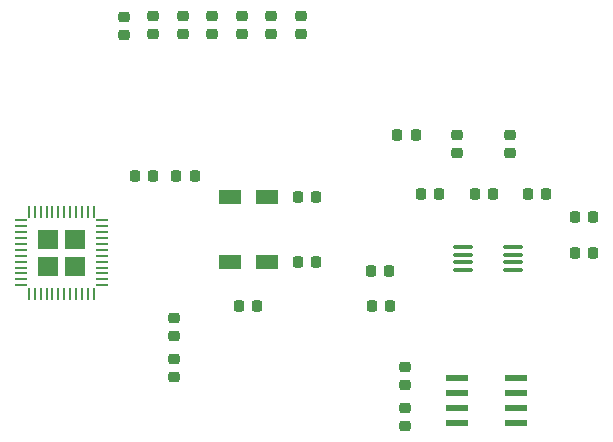
<source format=gbr>
%TF.GenerationSoftware,KiCad,Pcbnew,9.0.3*%
%TF.CreationDate,2025-07-17T21:40:03-07:00*%
%TF.ProjectId,DAQ_dev_board,4441515f-6465-4765-9f62-6f6172642e6b,rev?*%
%TF.SameCoordinates,Original*%
%TF.FileFunction,Paste,Top*%
%TF.FilePolarity,Positive*%
%FSLAX46Y46*%
G04 Gerber Fmt 4.6, Leading zero omitted, Abs format (unit mm)*
G04 Created by KiCad (PCBNEW 9.0.3) date 2025-07-17 21:40:03*
%MOMM*%
%LPD*%
G01*
G04 APERTURE LIST*
G04 Aperture macros list*
%AMRoundRect*
0 Rectangle with rounded corners*
0 $1 Rounding radius*
0 $2 $3 $4 $5 $6 $7 $8 $9 X,Y pos of 4 corners*
0 Add a 4 corners polygon primitive as box body*
4,1,4,$2,$3,$4,$5,$6,$7,$8,$9,$2,$3,0*
0 Add four circle primitives for the rounded corners*
1,1,$1+$1,$2,$3*
1,1,$1+$1,$4,$5*
1,1,$1+$1,$6,$7*
1,1,$1+$1,$8,$9*
0 Add four rect primitives between the rounded corners*
20,1,$1+$1,$2,$3,$4,$5,0*
20,1,$1+$1,$4,$5,$6,$7,0*
20,1,$1+$1,$6,$7,$8,$9,0*
20,1,$1+$1,$8,$9,$2,$3,0*%
G04 Aperture macros list end*
%ADD10C,0.000000*%
%ADD11RoundRect,0.225000X-0.250000X0.225000X-0.250000X-0.225000X0.250000X-0.225000X0.250000X0.225000X0*%
%ADD12RoundRect,0.225000X0.225000X0.250000X-0.225000X0.250000X-0.225000X-0.250000X0.225000X-0.250000X0*%
%ADD13RoundRect,0.225000X-0.225000X-0.250000X0.225000X-0.250000X0.225000X0.250000X-0.225000X0.250000X0*%
%ADD14R,1.009637X0.239283*%
%ADD15R,0.239283X1.009637*%
%ADD16RoundRect,0.100000X-0.712500X-0.100000X0.712500X-0.100000X0.712500X0.100000X-0.712500X0.100000X0*%
%ADD17R,1.981200X0.558800*%
%ADD18RoundRect,0.225000X0.250000X-0.225000X0.250000X0.225000X-0.250000X0.225000X-0.250000X-0.225000X0*%
%ADD19R,1.900000X1.300000*%
G04 APERTURE END LIST*
D10*
%TO.C,U1*%
G36*
X139906461Y-101681461D02*
G01*
X138262078Y-101681461D01*
X138262078Y-100037078D01*
X139906461Y-100037078D01*
X139906461Y-101681461D01*
G37*
G36*
X139906461Y-103962922D02*
G01*
X138262078Y-103962922D01*
X138262078Y-102318539D01*
X139906461Y-102318539D01*
X139906461Y-103962922D01*
G37*
G36*
X142187922Y-101681461D02*
G01*
X140543539Y-101681461D01*
X140543539Y-100037078D01*
X142187922Y-100037078D01*
X142187922Y-101681461D01*
G37*
G36*
X142187922Y-103962922D02*
G01*
X140543539Y-103962922D01*
X140543539Y-102318539D01*
X142187922Y-102318539D01*
X142187922Y-103962922D01*
G37*
%TD*%
D11*
%TO.C,R11*%
X153000000Y-81950000D03*
X153000000Y-83500000D03*
%TD*%
D12*
%TO.C,C3*%
X156775000Y-106500000D03*
X155225000Y-106500000D03*
%TD*%
%TO.C,0.1uF1*%
X185275000Y-102000000D03*
X183725000Y-102000000D03*
%TD*%
D11*
%TO.C,R5*%
X169285991Y-111628474D03*
X169285991Y-113178474D03*
%TD*%
D12*
%TO.C,1nF3*%
X181275000Y-97000000D03*
X179725000Y-97000000D03*
%TD*%
%TO.C,1nF2*%
X176775000Y-97000000D03*
X175225000Y-97000000D03*
%TD*%
D13*
%TO.C,10uF2*%
X166500000Y-106500000D03*
X168050000Y-106500000D03*
%TD*%
D14*
%TO.C,U1*%
X143676245Y-104750000D03*
X143676245Y-104250001D03*
X143676245Y-103749999D03*
X143676245Y-103250000D03*
X143676245Y-102749998D03*
X143676245Y-102250000D03*
X143676245Y-101750000D03*
X143676245Y-101249999D03*
X143676245Y-100750000D03*
X143676245Y-100249998D03*
X143676245Y-99749999D03*
X143676245Y-99250000D03*
D15*
X142975000Y-98548752D03*
X142475001Y-98548752D03*
X141974999Y-98548752D03*
X141475000Y-98548752D03*
X140974998Y-98548752D03*
X140475000Y-98548752D03*
X139975000Y-98548752D03*
X139474999Y-98548752D03*
X138975000Y-98548752D03*
X138474998Y-98548752D03*
X137974999Y-98548752D03*
X137475000Y-98548752D03*
D14*
X136773752Y-99250000D03*
X136773752Y-99749999D03*
X136773752Y-100249998D03*
X136773752Y-100750000D03*
X136773752Y-101249999D03*
X136773752Y-101750000D03*
X136773752Y-102250000D03*
X136773752Y-102749998D03*
X136773752Y-103250000D03*
X136773752Y-103749999D03*
X136773752Y-104250001D03*
X136773752Y-104750000D03*
D15*
X137475000Y-105451245D03*
X137974999Y-105451245D03*
X138474998Y-105451245D03*
X138975000Y-105451245D03*
X139474999Y-105451245D03*
X139975000Y-105451245D03*
X140475000Y-105451245D03*
X140974998Y-105451245D03*
X141475000Y-105451245D03*
X141974999Y-105451245D03*
X142475001Y-105451245D03*
X142975000Y-105451245D03*
%TD*%
D11*
%TO.C,R12*%
X150500000Y-81950000D03*
X150500000Y-83500000D03*
%TD*%
%TO.C,R8*%
X160500000Y-81950000D03*
X160500000Y-83500000D03*
%TD*%
%TO.C,R2*%
X178225000Y-92000000D03*
X178225000Y-93550000D03*
%TD*%
D16*
%TO.C,U2*%
X174225000Y-101500000D03*
X174225000Y-102150000D03*
X174225000Y-102800000D03*
X174225000Y-103450000D03*
X178450000Y-103450000D03*
X178450000Y-102800000D03*
X178450000Y-102150000D03*
X178450000Y-101500000D03*
%TD*%
D13*
%TO.C,R3*%
X168675000Y-92000000D03*
X170225000Y-92000000D03*
%TD*%
%TO.C,0.1uF2*%
X166450000Y-103500000D03*
X168000000Y-103500000D03*
%TD*%
D11*
%TO.C,R13*%
X148000000Y-81950000D03*
X148000000Y-83500000D03*
%TD*%
D12*
%TO.C,D1*%
X151500000Y-95500000D03*
X149950000Y-95500000D03*
%TD*%
D11*
%TO.C,R4*%
X169285991Y-115128474D03*
X169285991Y-116678474D03*
%TD*%
%TO.C,R1*%
X173725000Y-92000000D03*
X173725000Y-93550000D03*
%TD*%
%TO.C,R6*%
X149725000Y-107500000D03*
X149725000Y-109050000D03*
%TD*%
D12*
%TO.C,C1*%
X161775000Y-102750000D03*
X160225000Y-102750000D03*
%TD*%
D11*
%TO.C,R14*%
X145500000Y-82000000D03*
X145500000Y-83550000D03*
%TD*%
D17*
%TO.C,U3*%
X173761200Y-112595000D03*
X173761200Y-113865000D03*
X173761200Y-115135000D03*
X173761200Y-116405000D03*
X178688800Y-116405000D03*
X178688800Y-115135000D03*
X178688800Y-113865000D03*
X178688800Y-112595000D03*
%TD*%
D18*
%TO.C,D2*%
X149725000Y-112550000D03*
X149725000Y-111000000D03*
%TD*%
D12*
%TO.C,10uF1*%
X185275000Y-99000000D03*
X183725000Y-99000000D03*
%TD*%
D13*
%TO.C,R7*%
X146450000Y-95500000D03*
X148000000Y-95500000D03*
%TD*%
D11*
%TO.C,R9*%
X158000000Y-81950000D03*
X158000000Y-83500000D03*
%TD*%
D19*
%TO.C,Y1*%
X157676248Y-102750000D03*
X157676248Y-97250000D03*
X154476248Y-97250000D03*
X154476248Y-102750000D03*
%TD*%
D12*
%TO.C,1nF1*%
X172225000Y-97000000D03*
X170675000Y-97000000D03*
%TD*%
D11*
%TO.C,R10*%
X155500000Y-81950000D03*
X155500000Y-83500000D03*
%TD*%
D12*
%TO.C,C2*%
X161775000Y-97250000D03*
X160225000Y-97250000D03*
%TD*%
M02*

</source>
